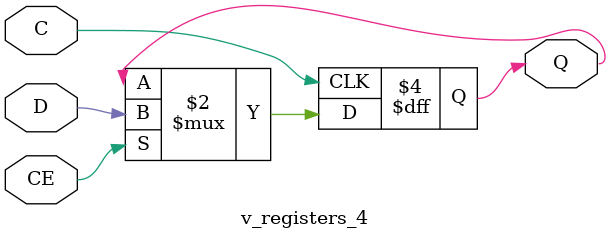
<source format=v>
module v_registers_4 (C, D, CE, Q);
    input  C, D, CE;
    output Q;
    reg    Q;

    always @(posedge C)
    begin
        if (CE)
            Q <= D;
    end

endmodule

</source>
